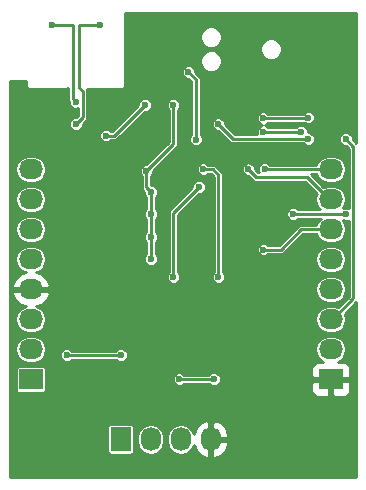
<source format=gbl>
G04 #@! TF.FileFunction,Copper,L2,Bot,Signal*
%FSLAX46Y46*%
G04 Gerber Fmt 4.6, Leading zero omitted, Abs format (unit mm)*
G04 Created by KiCad (PCBNEW 4.0.2+dfsg1-stable) date So 05 Jun 2016 12:59:14 CEST*
%MOMM*%
G01*
G04 APERTURE LIST*
%ADD10C,0.100000*%
%ADD11R,1.727200X2.032000*%
%ADD12O,1.727200X2.032000*%
%ADD13R,2.032000X1.727200*%
%ADD14O,2.032000X1.727200*%
%ADD15C,0.600000*%
%ADD16C,0.250000*%
%ADD17C,0.254000*%
G04 APERTURE END LIST*
D10*
D11*
X109220000Y-140970000D03*
D12*
X111760000Y-140970000D03*
X114300000Y-140970000D03*
X116840000Y-140970000D03*
D13*
X101600000Y-135890000D03*
D14*
X101600000Y-133350000D03*
X101600000Y-130810000D03*
X101600000Y-128270000D03*
X101600000Y-125730000D03*
X101600000Y-123190000D03*
X101600000Y-120650000D03*
X101600000Y-118110000D03*
D13*
X127000000Y-135890000D03*
D14*
X127000000Y-133350000D03*
X127000000Y-130810000D03*
X127000000Y-128270000D03*
X127000000Y-125730000D03*
X127000000Y-123190000D03*
X127000000Y-120650000D03*
X127000000Y-118110000D03*
D15*
X117094000Y-135890000D03*
X114173000Y-135890000D03*
X128312120Y-121926283D03*
X123816729Y-121908866D03*
X111252000Y-112649000D03*
X107950000Y-115252500D03*
X113660830Y-112649352D03*
X111379000Y-118237000D03*
X111760000Y-120015000D03*
X111760000Y-121920000D03*
X111760000Y-123825000D03*
X111760000Y-125730000D03*
X105410000Y-114300000D03*
X107442000Y-105854500D03*
X125095000Y-115570000D03*
X117475000Y-114300000D03*
X109220000Y-133858000D03*
X104648000Y-133858000D03*
X121285000Y-124904500D03*
X120016378Y-118113008D03*
X121412000Y-118110000D03*
X124460000Y-114935000D03*
X121285000Y-114935000D03*
X115560556Y-115593674D03*
X114935000Y-109855000D03*
X115822292Y-119629310D03*
X113665000Y-127254000D03*
X116205000Y-118110000D03*
X117475000Y-127254000D03*
X103505000Y-112395000D03*
X122555000Y-122555000D03*
X118398083Y-134143400D03*
X127635000Y-113665000D03*
X123825000Y-126365000D03*
X114935000Y-124841000D03*
X114681000Y-112649000D03*
X127825500Y-107696000D03*
X119380000Y-106299000D03*
X104648000Y-117221000D03*
X111506000Y-115951000D03*
X103759000Y-125730000D03*
X103759000Y-123825000D03*
X103759000Y-121920000D03*
X103759000Y-120015000D03*
X116205000Y-130175000D03*
X123063000Y-129159000D03*
X119761000Y-129159000D03*
X121412000Y-135382000D03*
X110363000Y-134874000D03*
X108839000Y-129159000D03*
X105410000Y-129159000D03*
X107061000Y-135382000D03*
X103378000Y-105854500D03*
X105410000Y-112395000D03*
X128260450Y-115570000D03*
X125095000Y-113728500D03*
X121285000Y-113792000D03*
D16*
X114173000Y-135890000D02*
X117094000Y-135890000D01*
X128294703Y-121908866D02*
X128312120Y-121926283D01*
X123816729Y-121908866D02*
X128294703Y-121908866D01*
X107950000Y-115252500D02*
X108648500Y-115252500D01*
X108648500Y-115252500D02*
X111252000Y-112649000D01*
X113660830Y-115955170D02*
X113660830Y-113073616D01*
X111379000Y-118237000D02*
X113660830Y-115955170D01*
X113660830Y-113073616D02*
X113660830Y-112649352D01*
X111379000Y-118237000D02*
X111379000Y-119634000D01*
X111379000Y-119634000D02*
X111760000Y-120015000D01*
X111760000Y-120015000D02*
X111760000Y-121920000D01*
X111760000Y-121920000D02*
X111760000Y-123825000D01*
X111760000Y-123825000D02*
X111760000Y-125730000D01*
X105410000Y-114300000D02*
X105985001Y-113724999D01*
X105985001Y-113724999D02*
X105985001Y-111509501D01*
X105985001Y-111509501D02*
X105664000Y-111188500D01*
X105664000Y-111188500D02*
X105664000Y-105854500D01*
X105664000Y-105854500D02*
X107442000Y-105854500D01*
X117475000Y-114300000D02*
X118685001Y-115510001D01*
X118685001Y-115510001D02*
X125035001Y-115510001D01*
X125035001Y-115510001D02*
X125095000Y-115570000D01*
X104648000Y-133858000D02*
X109220000Y-133858000D01*
X122745500Y-124904500D02*
X124460000Y-123190000D01*
X124460000Y-123190000D02*
X127000000Y-123190000D01*
X121285000Y-124904500D02*
X122745500Y-124904500D01*
X120016378Y-118113008D02*
X120680716Y-118777346D01*
X126847600Y-120650000D02*
X127000000Y-120650000D01*
X120680716Y-118777346D02*
X124974946Y-118777346D01*
X124974946Y-118777346D02*
X126847600Y-120650000D01*
X121412000Y-118110000D02*
X127000000Y-118110000D01*
X121285000Y-114935000D02*
X124460000Y-114935000D01*
X115560556Y-115169410D02*
X115560556Y-115593674D01*
X115560556Y-110480556D02*
X115560556Y-115169410D01*
X114935000Y-109855000D02*
X115560556Y-110480556D01*
X115522293Y-119929309D02*
X115822292Y-119629310D01*
X113665000Y-121786602D02*
X115522293Y-119929309D01*
X113665000Y-127254000D02*
X113665000Y-121786602D01*
X117475000Y-127254000D02*
X117475000Y-118588669D01*
X117475000Y-118588669D02*
X116996331Y-118110000D01*
X116996331Y-118110000D02*
X116205000Y-118110000D01*
X119380000Y-106299000D02*
X118982715Y-105901715D01*
X113384829Y-107725982D02*
X113384829Y-112074351D01*
X118982715Y-105901715D02*
X115209096Y-105901715D01*
X115209096Y-105901715D02*
X113384829Y-107725982D01*
X118110000Y-138430000D02*
X116840000Y-139700000D01*
X116840000Y-139700000D02*
X116840000Y-140970000D01*
X103505000Y-112395000D02*
X103505000Y-116078000D01*
X103505000Y-116078000D02*
X104648000Y-117221000D01*
X122555000Y-122555000D02*
X119761000Y-125349000D01*
X119761000Y-125349000D02*
X119761000Y-129159000D01*
X118110000Y-138430000D02*
X118110000Y-134431483D01*
X118110000Y-134431483D02*
X118398083Y-134143400D01*
X121412000Y-135382000D02*
X120429067Y-135382000D01*
X101600000Y-128270000D02*
X103822500Y-128270000D01*
X103822500Y-128270000D02*
X104521000Y-128270000D01*
X103759000Y-125730000D02*
X103759000Y-128206500D01*
X103759000Y-128206500D02*
X103822500Y-128270000D01*
X119380000Y-106299000D02*
X119660100Y-106018900D01*
X119660100Y-106018900D02*
X126148400Y-106018900D01*
X126148400Y-106018900D02*
X127825500Y-107696000D01*
X127635000Y-113665000D02*
X127635000Y-107886500D01*
X127635000Y-107886500D02*
X127825500Y-107696000D01*
X123825000Y-126365000D02*
X123825000Y-128397000D01*
X123825000Y-128397000D02*
X123063000Y-129159000D01*
X114935000Y-124841000D02*
X114935000Y-130111500D01*
X114935000Y-130111500D02*
X114998500Y-130175000D01*
X116205000Y-130175000D02*
X114998500Y-130175000D01*
X114998500Y-130175000D02*
X109855000Y-130175000D01*
X114681000Y-112649000D02*
X114106351Y-112074351D01*
X114106351Y-112074351D02*
X113384829Y-112074351D01*
X113384829Y-112074351D02*
X111506000Y-113953180D01*
X111506000Y-113953180D02*
X111506000Y-115526736D01*
X111506000Y-115526736D02*
X111506000Y-115951000D01*
X111506000Y-115951000D02*
X110236000Y-117221000D01*
X110236000Y-117221000D02*
X104648000Y-117221000D01*
X104648000Y-117221000D02*
X103759000Y-118110000D01*
X103759000Y-118110000D02*
X103759000Y-120015000D01*
X103759000Y-121920000D02*
X103759000Y-120015000D01*
X103759000Y-123825000D02*
X103759000Y-121920000D01*
X103759000Y-125730000D02*
X103759000Y-123825000D01*
X104521000Y-128270000D02*
X105410000Y-129159000D01*
X127000000Y-135890000D02*
X121920000Y-135890000D01*
X121920000Y-135890000D02*
X121412000Y-135382000D01*
X109855000Y-130175000D02*
X108839000Y-129159000D01*
X116205000Y-130175000D02*
X118745000Y-130175000D01*
X118745000Y-130175000D02*
X119761000Y-129159000D01*
X110363000Y-134874000D02*
X109855000Y-135382000D01*
X109855000Y-135382000D02*
X107061000Y-135382000D01*
X105156000Y-105854500D02*
X103378000Y-105854500D01*
X105410000Y-112395000D02*
X105156000Y-112141000D01*
X105156000Y-112141000D02*
X105156000Y-105854500D01*
X128260450Y-115570000D02*
X128913093Y-116222643D01*
X128913093Y-116222643D02*
X128913093Y-129049307D01*
X128913093Y-129049307D02*
X127152400Y-130810000D01*
X127152400Y-130810000D02*
X127000000Y-130810000D01*
X121285000Y-113792000D02*
X125031500Y-113792000D01*
X125031500Y-113792000D02*
X125095000Y-113728500D01*
D17*
G36*
X129148000Y-115889036D02*
X128837443Y-115578479D01*
X128837550Y-115455731D01*
X128749892Y-115243583D01*
X128587721Y-115081129D01*
X128375726Y-114993100D01*
X128146181Y-114992900D01*
X127934033Y-115080558D01*
X127771579Y-115242729D01*
X127683550Y-115454724D01*
X127683350Y-115684269D01*
X127771008Y-115896417D01*
X127933179Y-116058871D01*
X128145174Y-116146900D01*
X128268944Y-116147008D01*
X128511093Y-116389157D01*
X128511093Y-121384137D01*
X128427396Y-121349383D01*
X128197851Y-121349183D01*
X128001875Y-121430159D01*
X128231508Y-121086489D01*
X128318331Y-120650000D01*
X128231508Y-120213511D01*
X127984257Y-119843474D01*
X127614220Y-119596223D01*
X127177731Y-119509400D01*
X126822269Y-119509400D01*
X126385780Y-119596223D01*
X126371727Y-119605613D01*
X125278114Y-118512000D01*
X125761632Y-118512000D01*
X125768492Y-118546489D01*
X126015743Y-118916526D01*
X126385780Y-119163777D01*
X126822269Y-119250600D01*
X127177731Y-119250600D01*
X127614220Y-119163777D01*
X127984257Y-118916526D01*
X128231508Y-118546489D01*
X128318331Y-118110000D01*
X128231508Y-117673511D01*
X127984257Y-117303474D01*
X127614220Y-117056223D01*
X127177731Y-116969400D01*
X126822269Y-116969400D01*
X126385780Y-117056223D01*
X126015743Y-117303474D01*
X125768492Y-117673511D01*
X125761632Y-117708000D01*
X121825991Y-117708000D01*
X121739271Y-117621129D01*
X121527276Y-117533100D01*
X121297731Y-117532900D01*
X121085583Y-117620558D01*
X120923129Y-117782729D01*
X120835100Y-117994724D01*
X120834900Y-118224269D01*
X120897324Y-118375346D01*
X120847230Y-118375346D01*
X120593371Y-118121487D01*
X120593478Y-117998739D01*
X120505820Y-117786591D01*
X120343649Y-117624137D01*
X120131654Y-117536108D01*
X119902109Y-117535908D01*
X119689961Y-117623566D01*
X119527507Y-117785737D01*
X119439478Y-117997732D01*
X119439278Y-118227277D01*
X119526936Y-118439425D01*
X119689107Y-118601879D01*
X119901102Y-118689908D01*
X120024872Y-118690016D01*
X120396459Y-119061603D01*
X120526877Y-119148746D01*
X120680716Y-119179346D01*
X124808432Y-119179346D01*
X125798174Y-120169088D01*
X125768492Y-120213511D01*
X125681669Y-120650000D01*
X125768492Y-121086489D01*
X126015743Y-121456526D01*
X126091082Y-121506866D01*
X124230720Y-121506866D01*
X124144000Y-121419995D01*
X123932005Y-121331966D01*
X123702460Y-121331766D01*
X123490312Y-121419424D01*
X123327858Y-121581595D01*
X123239829Y-121793590D01*
X123239629Y-122023135D01*
X123327287Y-122235283D01*
X123489458Y-122397737D01*
X123701453Y-122485766D01*
X123930998Y-122485966D01*
X124143146Y-122398308D01*
X124230741Y-122310866D01*
X126124408Y-122310866D01*
X126015743Y-122383474D01*
X125768492Y-122753511D01*
X125761632Y-122788000D01*
X124460000Y-122788000D01*
X124306161Y-122818600D01*
X124175743Y-122905743D01*
X122578986Y-124502500D01*
X121698991Y-124502500D01*
X121612271Y-124415629D01*
X121400276Y-124327600D01*
X121170731Y-124327400D01*
X120958583Y-124415058D01*
X120796129Y-124577229D01*
X120708100Y-124789224D01*
X120707900Y-125018769D01*
X120795558Y-125230917D01*
X120957729Y-125393371D01*
X121169724Y-125481400D01*
X121399269Y-125481600D01*
X121611417Y-125393942D01*
X121699012Y-125306500D01*
X122745500Y-125306500D01*
X122899339Y-125275900D01*
X123029757Y-125188757D01*
X124626514Y-123592000D01*
X125761632Y-123592000D01*
X125768492Y-123626489D01*
X126015743Y-123996526D01*
X126385780Y-124243777D01*
X126822269Y-124330600D01*
X127177731Y-124330600D01*
X127614220Y-124243777D01*
X127984257Y-123996526D01*
X128231508Y-123626489D01*
X128318331Y-123190000D01*
X128231508Y-122753511D01*
X128013326Y-122426979D01*
X128196844Y-122503183D01*
X128426389Y-122503383D01*
X128511093Y-122468384D01*
X128511093Y-128882793D01*
X127628273Y-129765613D01*
X127614220Y-129756223D01*
X127177731Y-129669400D01*
X126822269Y-129669400D01*
X126385780Y-129756223D01*
X126015743Y-130003474D01*
X125768492Y-130373511D01*
X125681669Y-130810000D01*
X125768492Y-131246489D01*
X126015743Y-131616526D01*
X126385780Y-131863777D01*
X126822269Y-131950600D01*
X127177731Y-131950600D01*
X127614220Y-131863777D01*
X127984257Y-131616526D01*
X128231508Y-131246489D01*
X128318331Y-130810000D01*
X128231508Y-130373511D01*
X128201826Y-130329088D01*
X129148000Y-129382914D01*
X129148000Y-144148000D01*
X99852000Y-144148000D01*
X99852000Y-139954000D01*
X108073974Y-139954000D01*
X108073974Y-141986000D01*
X108093289Y-142088650D01*
X108153955Y-142182927D01*
X108246520Y-142246175D01*
X108356400Y-142268426D01*
X110083600Y-142268426D01*
X110186250Y-142249111D01*
X110280527Y-142188445D01*
X110343775Y-142095880D01*
X110366026Y-141986000D01*
X110366026Y-140792269D01*
X110619400Y-140792269D01*
X110619400Y-141147731D01*
X110706223Y-141584220D01*
X110953474Y-141954257D01*
X111323511Y-142201508D01*
X111760000Y-142288331D01*
X112196489Y-142201508D01*
X112566526Y-141954257D01*
X112813777Y-141584220D01*
X112900600Y-141147731D01*
X112900600Y-140792269D01*
X113159400Y-140792269D01*
X113159400Y-141147731D01*
X113246223Y-141584220D01*
X113493474Y-141954257D01*
X113863511Y-142201508D01*
X114300000Y-142288331D01*
X114736489Y-142201508D01*
X115106526Y-141954257D01*
X115353777Y-141584220D01*
X115386147Y-141421483D01*
X115548046Y-141884320D01*
X115937964Y-142320732D01*
X116465209Y-142574709D01*
X116480974Y-142577358D01*
X116713000Y-142456217D01*
X116713000Y-141097000D01*
X116967000Y-141097000D01*
X116967000Y-142456217D01*
X117199026Y-142577358D01*
X117214791Y-142574709D01*
X117742036Y-142320732D01*
X118131954Y-141884320D01*
X118325184Y-141331913D01*
X118180924Y-141097000D01*
X116967000Y-141097000D01*
X116713000Y-141097000D01*
X116693000Y-141097000D01*
X116693000Y-140843000D01*
X116713000Y-140843000D01*
X116713000Y-139483783D01*
X116967000Y-139483783D01*
X116967000Y-140843000D01*
X118180924Y-140843000D01*
X118325184Y-140608087D01*
X118131954Y-140055680D01*
X117742036Y-139619268D01*
X117214791Y-139365291D01*
X117199026Y-139362642D01*
X116967000Y-139483783D01*
X116713000Y-139483783D01*
X116480974Y-139362642D01*
X116465209Y-139365291D01*
X115937964Y-139619268D01*
X115548046Y-140055680D01*
X115386147Y-140518517D01*
X115353777Y-140355780D01*
X115106526Y-139985743D01*
X114736489Y-139738492D01*
X114300000Y-139651669D01*
X113863511Y-139738492D01*
X113493474Y-139985743D01*
X113246223Y-140355780D01*
X113159400Y-140792269D01*
X112900600Y-140792269D01*
X112813777Y-140355780D01*
X112566526Y-139985743D01*
X112196489Y-139738492D01*
X111760000Y-139651669D01*
X111323511Y-139738492D01*
X110953474Y-139985743D01*
X110706223Y-140355780D01*
X110619400Y-140792269D01*
X110366026Y-140792269D01*
X110366026Y-139954000D01*
X110346711Y-139851350D01*
X110286045Y-139757073D01*
X110193480Y-139693825D01*
X110083600Y-139671574D01*
X108356400Y-139671574D01*
X108253750Y-139690889D01*
X108159473Y-139751555D01*
X108096225Y-139844120D01*
X108073974Y-139954000D01*
X99852000Y-139954000D01*
X99852000Y-135026400D01*
X100301574Y-135026400D01*
X100301574Y-136753600D01*
X100320889Y-136856250D01*
X100381555Y-136950527D01*
X100474120Y-137013775D01*
X100584000Y-137036026D01*
X102616000Y-137036026D01*
X102718650Y-137016711D01*
X102812927Y-136956045D01*
X102876175Y-136863480D01*
X102898426Y-136753600D01*
X102898426Y-136004269D01*
X113595900Y-136004269D01*
X113683558Y-136216417D01*
X113845729Y-136378871D01*
X114057724Y-136466900D01*
X114287269Y-136467100D01*
X114499417Y-136379442D01*
X114587012Y-136292000D01*
X116680009Y-136292000D01*
X116766729Y-136378871D01*
X116978724Y-136466900D01*
X117208269Y-136467100D01*
X117420417Y-136379442D01*
X117582871Y-136217271D01*
X117600112Y-136175750D01*
X125349000Y-136175750D01*
X125349000Y-136879910D01*
X125445673Y-137113299D01*
X125624302Y-137291927D01*
X125857691Y-137388600D01*
X126714250Y-137388600D01*
X126873000Y-137229850D01*
X126873000Y-136017000D01*
X127127000Y-136017000D01*
X127127000Y-137229850D01*
X127285750Y-137388600D01*
X128142309Y-137388600D01*
X128375698Y-137291927D01*
X128554327Y-137113299D01*
X128651000Y-136879910D01*
X128651000Y-136175750D01*
X128492250Y-136017000D01*
X127127000Y-136017000D01*
X126873000Y-136017000D01*
X125507750Y-136017000D01*
X125349000Y-136175750D01*
X117600112Y-136175750D01*
X117670900Y-136005276D01*
X117671100Y-135775731D01*
X117583442Y-135563583D01*
X117421271Y-135401129D01*
X117209276Y-135313100D01*
X116979731Y-135312900D01*
X116767583Y-135400558D01*
X116679988Y-135488000D01*
X114586991Y-135488000D01*
X114500271Y-135401129D01*
X114288276Y-135313100D01*
X114058731Y-135312900D01*
X113846583Y-135400558D01*
X113684129Y-135562729D01*
X113596100Y-135774724D01*
X113595900Y-136004269D01*
X102898426Y-136004269D01*
X102898426Y-135026400D01*
X102879111Y-134923750D01*
X102863887Y-134900090D01*
X125349000Y-134900090D01*
X125349000Y-135604250D01*
X125507750Y-135763000D01*
X126873000Y-135763000D01*
X126873000Y-135743000D01*
X127127000Y-135743000D01*
X127127000Y-135763000D01*
X128492250Y-135763000D01*
X128651000Y-135604250D01*
X128651000Y-134900090D01*
X128554327Y-134666701D01*
X128375698Y-134488073D01*
X128142309Y-134391400D01*
X127632743Y-134391400D01*
X127984257Y-134156526D01*
X128231508Y-133786489D01*
X128318331Y-133350000D01*
X128231508Y-132913511D01*
X127984257Y-132543474D01*
X127614220Y-132296223D01*
X127177731Y-132209400D01*
X126822269Y-132209400D01*
X126385780Y-132296223D01*
X126015743Y-132543474D01*
X125768492Y-132913511D01*
X125681669Y-133350000D01*
X125768492Y-133786489D01*
X126015743Y-134156526D01*
X126367257Y-134391400D01*
X125857691Y-134391400D01*
X125624302Y-134488073D01*
X125445673Y-134666701D01*
X125349000Y-134900090D01*
X102863887Y-134900090D01*
X102818445Y-134829473D01*
X102725880Y-134766225D01*
X102616000Y-134743974D01*
X100584000Y-134743974D01*
X100481350Y-134763289D01*
X100387073Y-134823955D01*
X100323825Y-134916520D01*
X100301574Y-135026400D01*
X99852000Y-135026400D01*
X99852000Y-133350000D01*
X100281669Y-133350000D01*
X100368492Y-133786489D01*
X100615743Y-134156526D01*
X100985780Y-134403777D01*
X101422269Y-134490600D01*
X101777731Y-134490600D01*
X102214220Y-134403777D01*
X102584257Y-134156526D01*
X102707373Y-133972269D01*
X104070900Y-133972269D01*
X104158558Y-134184417D01*
X104320729Y-134346871D01*
X104532724Y-134434900D01*
X104762269Y-134435100D01*
X104974417Y-134347442D01*
X105062012Y-134260000D01*
X108806009Y-134260000D01*
X108892729Y-134346871D01*
X109104724Y-134434900D01*
X109334269Y-134435100D01*
X109546417Y-134347442D01*
X109708871Y-134185271D01*
X109796900Y-133973276D01*
X109797100Y-133743731D01*
X109709442Y-133531583D01*
X109547271Y-133369129D01*
X109335276Y-133281100D01*
X109105731Y-133280900D01*
X108893583Y-133368558D01*
X108805988Y-133456000D01*
X105061991Y-133456000D01*
X104975271Y-133369129D01*
X104763276Y-133281100D01*
X104533731Y-133280900D01*
X104321583Y-133368558D01*
X104159129Y-133530729D01*
X104071100Y-133742724D01*
X104070900Y-133972269D01*
X102707373Y-133972269D01*
X102831508Y-133786489D01*
X102918331Y-133350000D01*
X102831508Y-132913511D01*
X102584257Y-132543474D01*
X102214220Y-132296223D01*
X101777731Y-132209400D01*
X101422269Y-132209400D01*
X100985780Y-132296223D01*
X100615743Y-132543474D01*
X100368492Y-132913511D01*
X100281669Y-133350000D01*
X99852000Y-133350000D01*
X99852000Y-128629026D01*
X99992642Y-128629026D01*
X99995291Y-128644791D01*
X100249268Y-129172036D01*
X100685680Y-129561954D01*
X101148517Y-129723853D01*
X100985780Y-129756223D01*
X100615743Y-130003474D01*
X100368492Y-130373511D01*
X100281669Y-130810000D01*
X100368492Y-131246489D01*
X100615743Y-131616526D01*
X100985780Y-131863777D01*
X101422269Y-131950600D01*
X101777731Y-131950600D01*
X102214220Y-131863777D01*
X102584257Y-131616526D01*
X102831508Y-131246489D01*
X102918331Y-130810000D01*
X102831508Y-130373511D01*
X102584257Y-130003474D01*
X102214220Y-129756223D01*
X102051483Y-129723853D01*
X102514320Y-129561954D01*
X102950732Y-129172036D01*
X103204709Y-128644791D01*
X103207358Y-128629026D01*
X103086217Y-128397000D01*
X101727000Y-128397000D01*
X101727000Y-128417000D01*
X101473000Y-128417000D01*
X101473000Y-128397000D01*
X100113783Y-128397000D01*
X99992642Y-128629026D01*
X99852000Y-128629026D01*
X99852000Y-128270000D01*
X125681669Y-128270000D01*
X125768492Y-128706489D01*
X126015743Y-129076526D01*
X126385780Y-129323777D01*
X126822269Y-129410600D01*
X127177731Y-129410600D01*
X127614220Y-129323777D01*
X127984257Y-129076526D01*
X128231508Y-128706489D01*
X128318331Y-128270000D01*
X128231508Y-127833511D01*
X127984257Y-127463474D01*
X127614220Y-127216223D01*
X127177731Y-127129400D01*
X126822269Y-127129400D01*
X126385780Y-127216223D01*
X126015743Y-127463474D01*
X125768492Y-127833511D01*
X125681669Y-128270000D01*
X99852000Y-128270000D01*
X99852000Y-127910974D01*
X99992642Y-127910974D01*
X100113783Y-128143000D01*
X101473000Y-128143000D01*
X101473000Y-128123000D01*
X101727000Y-128123000D01*
X101727000Y-128143000D01*
X103086217Y-128143000D01*
X103207358Y-127910974D01*
X103204709Y-127895209D01*
X102950879Y-127368269D01*
X113087900Y-127368269D01*
X113175558Y-127580417D01*
X113337729Y-127742871D01*
X113549724Y-127830900D01*
X113779269Y-127831100D01*
X113991417Y-127743442D01*
X114153871Y-127581271D01*
X114241900Y-127369276D01*
X114242100Y-127139731D01*
X114154442Y-126927583D01*
X114067000Y-126839988D01*
X114067000Y-121953116D01*
X115813813Y-120206303D01*
X115936561Y-120206410D01*
X116148709Y-120118752D01*
X116311163Y-119956581D01*
X116399192Y-119744586D01*
X116399392Y-119515041D01*
X116311734Y-119302893D01*
X116149563Y-119140439D01*
X115937568Y-119052410D01*
X115708023Y-119052210D01*
X115495875Y-119139868D01*
X115333421Y-119302039D01*
X115245392Y-119514034D01*
X115245284Y-119637804D01*
X113380743Y-121502345D01*
X113293600Y-121632763D01*
X113263000Y-121786602D01*
X113263000Y-126840009D01*
X113176129Y-126926729D01*
X113088100Y-127138724D01*
X113087900Y-127368269D01*
X102950879Y-127368269D01*
X102950732Y-127367964D01*
X102514320Y-126978046D01*
X102051483Y-126816147D01*
X102214220Y-126783777D01*
X102584257Y-126536526D01*
X102831508Y-126166489D01*
X102918331Y-125730000D01*
X102831508Y-125293511D01*
X102584257Y-124923474D01*
X102214220Y-124676223D01*
X101777731Y-124589400D01*
X101422269Y-124589400D01*
X100985780Y-124676223D01*
X100615743Y-124923474D01*
X100368492Y-125293511D01*
X100281669Y-125730000D01*
X100368492Y-126166489D01*
X100615743Y-126536526D01*
X100985780Y-126783777D01*
X101148517Y-126816147D01*
X100685680Y-126978046D01*
X100249268Y-127367964D01*
X99995291Y-127895209D01*
X99992642Y-127910974D01*
X99852000Y-127910974D01*
X99852000Y-123190000D01*
X100281669Y-123190000D01*
X100368492Y-123626489D01*
X100615743Y-123996526D01*
X100985780Y-124243777D01*
X101422269Y-124330600D01*
X101777731Y-124330600D01*
X102214220Y-124243777D01*
X102584257Y-123996526D01*
X102831508Y-123626489D01*
X102918331Y-123190000D01*
X102831508Y-122753511D01*
X102584257Y-122383474D01*
X102214220Y-122136223D01*
X101777731Y-122049400D01*
X101422269Y-122049400D01*
X100985780Y-122136223D01*
X100615743Y-122383474D01*
X100368492Y-122753511D01*
X100281669Y-123190000D01*
X99852000Y-123190000D01*
X99852000Y-120650000D01*
X100281669Y-120650000D01*
X100368492Y-121086489D01*
X100615743Y-121456526D01*
X100985780Y-121703777D01*
X101422269Y-121790600D01*
X101777731Y-121790600D01*
X102214220Y-121703777D01*
X102584257Y-121456526D01*
X102831508Y-121086489D01*
X102918331Y-120650000D01*
X102831508Y-120213511D01*
X102584257Y-119843474D01*
X102214220Y-119596223D01*
X101777731Y-119509400D01*
X101422269Y-119509400D01*
X100985780Y-119596223D01*
X100615743Y-119843474D01*
X100368492Y-120213511D01*
X100281669Y-120650000D01*
X99852000Y-120650000D01*
X99852000Y-118110000D01*
X100281669Y-118110000D01*
X100368492Y-118546489D01*
X100615743Y-118916526D01*
X100985780Y-119163777D01*
X101422269Y-119250600D01*
X101777731Y-119250600D01*
X102214220Y-119163777D01*
X102584257Y-118916526D01*
X102831508Y-118546489D01*
X102870339Y-118351269D01*
X110801900Y-118351269D01*
X110889558Y-118563417D01*
X110977000Y-118651012D01*
X110977000Y-119634000D01*
X111007600Y-119787839D01*
X111094743Y-119918257D01*
X111183007Y-120006521D01*
X111182900Y-120129269D01*
X111270558Y-120341417D01*
X111358000Y-120429012D01*
X111358000Y-121506009D01*
X111271129Y-121592729D01*
X111183100Y-121804724D01*
X111182900Y-122034269D01*
X111270558Y-122246417D01*
X111358000Y-122334012D01*
X111358000Y-123411009D01*
X111271129Y-123497729D01*
X111183100Y-123709724D01*
X111182900Y-123939269D01*
X111270558Y-124151417D01*
X111358000Y-124239012D01*
X111358000Y-125316009D01*
X111271129Y-125402729D01*
X111183100Y-125614724D01*
X111182900Y-125844269D01*
X111270558Y-126056417D01*
X111432729Y-126218871D01*
X111644724Y-126306900D01*
X111874269Y-126307100D01*
X112086417Y-126219442D01*
X112248871Y-126057271D01*
X112336900Y-125845276D01*
X112337100Y-125615731D01*
X112249442Y-125403583D01*
X112162000Y-125315988D01*
X112162000Y-124238991D01*
X112248871Y-124152271D01*
X112336900Y-123940276D01*
X112337100Y-123710731D01*
X112249442Y-123498583D01*
X112162000Y-123410988D01*
X112162000Y-122333991D01*
X112248871Y-122247271D01*
X112336900Y-122035276D01*
X112337100Y-121805731D01*
X112249442Y-121593583D01*
X112162000Y-121505988D01*
X112162000Y-120428991D01*
X112248871Y-120342271D01*
X112336900Y-120130276D01*
X112337100Y-119900731D01*
X112249442Y-119688583D01*
X112087271Y-119526129D01*
X111875276Y-119438100D01*
X111781000Y-119438018D01*
X111781000Y-118650991D01*
X111867871Y-118564271D01*
X111955900Y-118352276D01*
X111956008Y-118228506D01*
X111960245Y-118224269D01*
X115627900Y-118224269D01*
X115715558Y-118436417D01*
X115877729Y-118598871D01*
X116089724Y-118686900D01*
X116319269Y-118687100D01*
X116531417Y-118599442D01*
X116619012Y-118512000D01*
X116829817Y-118512000D01*
X117073000Y-118755183D01*
X117073000Y-126840009D01*
X116986129Y-126926729D01*
X116898100Y-127138724D01*
X116897900Y-127368269D01*
X116985558Y-127580417D01*
X117147729Y-127742871D01*
X117359724Y-127830900D01*
X117589269Y-127831100D01*
X117801417Y-127743442D01*
X117963871Y-127581271D01*
X118051900Y-127369276D01*
X118052100Y-127139731D01*
X117964442Y-126927583D01*
X117877000Y-126839988D01*
X117877000Y-125730000D01*
X125681669Y-125730000D01*
X125768492Y-126166489D01*
X126015743Y-126536526D01*
X126385780Y-126783777D01*
X126822269Y-126870600D01*
X127177731Y-126870600D01*
X127614220Y-126783777D01*
X127984257Y-126536526D01*
X128231508Y-126166489D01*
X128318331Y-125730000D01*
X128231508Y-125293511D01*
X127984257Y-124923474D01*
X127614220Y-124676223D01*
X127177731Y-124589400D01*
X126822269Y-124589400D01*
X126385780Y-124676223D01*
X126015743Y-124923474D01*
X125768492Y-125293511D01*
X125681669Y-125730000D01*
X117877000Y-125730000D01*
X117877000Y-118588669D01*
X117846400Y-118434830D01*
X117759257Y-118304412D01*
X117280588Y-117825743D01*
X117150170Y-117738600D01*
X116996331Y-117708000D01*
X116618991Y-117708000D01*
X116532271Y-117621129D01*
X116320276Y-117533100D01*
X116090731Y-117532900D01*
X115878583Y-117620558D01*
X115716129Y-117782729D01*
X115628100Y-117994724D01*
X115627900Y-118224269D01*
X111960245Y-118224269D01*
X113945087Y-116239427D01*
X114032230Y-116109009D01*
X114062830Y-115955170D01*
X114062830Y-113063343D01*
X114149701Y-112976623D01*
X114237730Y-112764628D01*
X114237930Y-112535083D01*
X114150272Y-112322935D01*
X113988101Y-112160481D01*
X113776106Y-112072452D01*
X113546561Y-112072252D01*
X113334413Y-112159910D01*
X113171959Y-112322081D01*
X113083930Y-112534076D01*
X113083730Y-112763621D01*
X113171388Y-112975769D01*
X113258830Y-113063364D01*
X113258830Y-115788656D01*
X111387479Y-117660007D01*
X111264731Y-117659900D01*
X111052583Y-117747558D01*
X110890129Y-117909729D01*
X110802100Y-118121724D01*
X110801900Y-118351269D01*
X102870339Y-118351269D01*
X102918331Y-118110000D01*
X102831508Y-117673511D01*
X102584257Y-117303474D01*
X102214220Y-117056223D01*
X101777731Y-116969400D01*
X101422269Y-116969400D01*
X100985780Y-117056223D01*
X100615743Y-117303474D01*
X100368492Y-117673511D01*
X100281669Y-118110000D01*
X99852000Y-118110000D01*
X99852000Y-115366769D01*
X107372900Y-115366769D01*
X107460558Y-115578917D01*
X107622729Y-115741371D01*
X107834724Y-115829400D01*
X108064269Y-115829600D01*
X108276417Y-115741942D01*
X108364012Y-115654500D01*
X108648500Y-115654500D01*
X108802339Y-115623900D01*
X108932757Y-115536757D01*
X111243521Y-113225993D01*
X111366269Y-113226100D01*
X111578417Y-113138442D01*
X111740871Y-112976271D01*
X111828900Y-112764276D01*
X111829100Y-112534731D01*
X111741442Y-112322583D01*
X111579271Y-112160129D01*
X111367276Y-112072100D01*
X111137731Y-112071900D01*
X110925583Y-112159558D01*
X110763129Y-112321729D01*
X110675100Y-112533724D01*
X110674992Y-112657494D01*
X108481986Y-114850500D01*
X108363991Y-114850500D01*
X108277271Y-114763629D01*
X108065276Y-114675600D01*
X107835731Y-114675400D01*
X107623583Y-114763058D01*
X107461129Y-114925229D01*
X107373100Y-115137224D01*
X107372900Y-115366769D01*
X99852000Y-115366769D01*
X99852000Y-110617000D01*
X101148000Y-110617000D01*
X101148000Y-111000000D01*
X101174794Y-111134705D01*
X101251098Y-111248902D01*
X101365295Y-111325206D01*
X101500000Y-111352000D01*
X104500000Y-111352000D01*
X104634705Y-111325206D01*
X104748902Y-111248902D01*
X104754000Y-111241272D01*
X104754000Y-112141000D01*
X104784600Y-112294839D01*
X104833024Y-112367310D01*
X104832900Y-112509269D01*
X104920558Y-112721417D01*
X105082729Y-112883871D01*
X105294724Y-112971900D01*
X105524269Y-112972100D01*
X105583001Y-112947832D01*
X105583001Y-113558485D01*
X105418479Y-113723007D01*
X105295731Y-113722900D01*
X105083583Y-113810558D01*
X104921129Y-113972729D01*
X104833100Y-114184724D01*
X104832900Y-114414269D01*
X104920558Y-114626417D01*
X105082729Y-114788871D01*
X105294724Y-114876900D01*
X105524269Y-114877100D01*
X105736417Y-114789442D01*
X105898871Y-114627271D01*
X105986900Y-114415276D01*
X105987008Y-114291506D01*
X106269258Y-114009256D01*
X106356401Y-113878838D01*
X106387001Y-113724999D01*
X106387001Y-111509501D01*
X106356401Y-111355662D01*
X106353954Y-111352000D01*
X109250000Y-111352000D01*
X109384705Y-111325206D01*
X109498902Y-111248902D01*
X109575206Y-111134705D01*
X109602000Y-111000000D01*
X109602000Y-109969269D01*
X114357900Y-109969269D01*
X114445558Y-110181417D01*
X114607729Y-110343871D01*
X114819724Y-110431900D01*
X114943494Y-110432008D01*
X115158556Y-110647070D01*
X115158556Y-115179683D01*
X115071685Y-115266403D01*
X114983656Y-115478398D01*
X114983456Y-115707943D01*
X115071114Y-115920091D01*
X115233285Y-116082545D01*
X115445280Y-116170574D01*
X115674825Y-116170774D01*
X115886973Y-116083116D01*
X116049427Y-115920945D01*
X116137456Y-115708950D01*
X116137656Y-115479405D01*
X116049998Y-115267257D01*
X115962556Y-115179662D01*
X115962556Y-114414269D01*
X116897900Y-114414269D01*
X116985558Y-114626417D01*
X117147729Y-114788871D01*
X117359724Y-114876900D01*
X117483494Y-114877008D01*
X118400744Y-115794258D01*
X118531162Y-115881401D01*
X118685001Y-115912001D01*
X124621115Y-115912001D01*
X124767729Y-116058871D01*
X124979724Y-116146900D01*
X125209269Y-116147100D01*
X125421417Y-116059442D01*
X125583871Y-115897271D01*
X125671900Y-115685276D01*
X125672100Y-115455731D01*
X125584442Y-115243583D01*
X125422271Y-115081129D01*
X125210276Y-114993100D01*
X125036950Y-114992949D01*
X125037100Y-114820731D01*
X124949442Y-114608583D01*
X124787271Y-114446129D01*
X124575276Y-114358100D01*
X124345731Y-114357900D01*
X124133583Y-114445558D01*
X124045988Y-114533000D01*
X121698991Y-114533000D01*
X121612271Y-114446129D01*
X121413052Y-114363405D01*
X121611417Y-114281442D01*
X121699012Y-114194000D01*
X124744399Y-114194000D01*
X124767729Y-114217371D01*
X124979724Y-114305400D01*
X125209269Y-114305600D01*
X125421417Y-114217942D01*
X125583871Y-114055771D01*
X125671900Y-113843776D01*
X125672100Y-113614231D01*
X125584442Y-113402083D01*
X125422271Y-113239629D01*
X125210276Y-113151600D01*
X124980731Y-113151400D01*
X124768583Y-113239058D01*
X124617378Y-113390000D01*
X121698991Y-113390000D01*
X121612271Y-113303129D01*
X121400276Y-113215100D01*
X121170731Y-113214900D01*
X120958583Y-113302558D01*
X120796129Y-113464729D01*
X120708100Y-113676724D01*
X120707900Y-113906269D01*
X120795558Y-114118417D01*
X120957729Y-114280871D01*
X121156948Y-114363595D01*
X120958583Y-114445558D01*
X120796129Y-114607729D01*
X120708100Y-114819724D01*
X120707900Y-115049269D01*
X120732168Y-115108001D01*
X118851515Y-115108001D01*
X118051993Y-114308479D01*
X118052100Y-114185731D01*
X117964442Y-113973583D01*
X117802271Y-113811129D01*
X117590276Y-113723100D01*
X117360731Y-113722900D01*
X117148583Y-113810558D01*
X116986129Y-113972729D01*
X116898100Y-114184724D01*
X116897900Y-114414269D01*
X115962556Y-114414269D01*
X115962556Y-110480556D01*
X115931956Y-110326717D01*
X115844813Y-110196299D01*
X115511993Y-109863479D01*
X115512100Y-109740731D01*
X115424442Y-109528583D01*
X115262271Y-109366129D01*
X115050276Y-109278100D01*
X114820731Y-109277900D01*
X114608583Y-109365558D01*
X114446129Y-109527729D01*
X114358100Y-109739724D01*
X114357900Y-109969269D01*
X109602000Y-109969269D01*
X109602000Y-109148652D01*
X115917540Y-109148652D01*
X116057656Y-109487758D01*
X116316877Y-109747432D01*
X116655738Y-109888140D01*
X117022652Y-109888460D01*
X117361758Y-109748344D01*
X117621432Y-109489123D01*
X117762140Y-109150262D01*
X117762460Y-108783348D01*
X117622344Y-108444242D01*
X117363123Y-108184568D01*
X117238096Y-108132652D01*
X120997540Y-108132652D01*
X121137656Y-108471758D01*
X121396877Y-108731432D01*
X121735738Y-108872140D01*
X122102652Y-108872460D01*
X122441758Y-108732344D01*
X122701432Y-108473123D01*
X122842140Y-108134262D01*
X122842460Y-107767348D01*
X122702344Y-107428242D01*
X122443123Y-107168568D01*
X122104262Y-107027860D01*
X121737348Y-107027540D01*
X121398242Y-107167656D01*
X121138568Y-107426877D01*
X120997860Y-107765738D01*
X120997540Y-108132652D01*
X117238096Y-108132652D01*
X117024262Y-108043860D01*
X116657348Y-108043540D01*
X116318242Y-108183656D01*
X116058568Y-108442877D01*
X115917860Y-108781738D01*
X115917540Y-109148652D01*
X109602000Y-109148652D01*
X109602000Y-107116652D01*
X115917540Y-107116652D01*
X116057656Y-107455758D01*
X116316877Y-107715432D01*
X116655738Y-107856140D01*
X117022652Y-107856460D01*
X117361758Y-107716344D01*
X117621432Y-107457123D01*
X117762140Y-107118262D01*
X117762460Y-106751348D01*
X117622344Y-106412242D01*
X117363123Y-106152568D01*
X117024262Y-106011860D01*
X116657348Y-106011540D01*
X116318242Y-106151656D01*
X116058568Y-106410877D01*
X115917860Y-106749738D01*
X115917540Y-107116652D01*
X109602000Y-107116652D01*
X109602000Y-104852000D01*
X129148000Y-104852000D01*
X129148000Y-115889036D01*
X129148000Y-115889036D01*
G37*
X129148000Y-115889036D02*
X128837443Y-115578479D01*
X128837550Y-115455731D01*
X128749892Y-115243583D01*
X128587721Y-115081129D01*
X128375726Y-114993100D01*
X128146181Y-114992900D01*
X127934033Y-115080558D01*
X127771579Y-115242729D01*
X127683550Y-115454724D01*
X127683350Y-115684269D01*
X127771008Y-115896417D01*
X127933179Y-116058871D01*
X128145174Y-116146900D01*
X128268944Y-116147008D01*
X128511093Y-116389157D01*
X128511093Y-121384137D01*
X128427396Y-121349383D01*
X128197851Y-121349183D01*
X128001875Y-121430159D01*
X128231508Y-121086489D01*
X128318331Y-120650000D01*
X128231508Y-120213511D01*
X127984257Y-119843474D01*
X127614220Y-119596223D01*
X127177731Y-119509400D01*
X126822269Y-119509400D01*
X126385780Y-119596223D01*
X126371727Y-119605613D01*
X125278114Y-118512000D01*
X125761632Y-118512000D01*
X125768492Y-118546489D01*
X126015743Y-118916526D01*
X126385780Y-119163777D01*
X126822269Y-119250600D01*
X127177731Y-119250600D01*
X127614220Y-119163777D01*
X127984257Y-118916526D01*
X128231508Y-118546489D01*
X128318331Y-118110000D01*
X128231508Y-117673511D01*
X127984257Y-117303474D01*
X127614220Y-117056223D01*
X127177731Y-116969400D01*
X126822269Y-116969400D01*
X126385780Y-117056223D01*
X126015743Y-117303474D01*
X125768492Y-117673511D01*
X125761632Y-117708000D01*
X121825991Y-117708000D01*
X121739271Y-117621129D01*
X121527276Y-117533100D01*
X121297731Y-117532900D01*
X121085583Y-117620558D01*
X120923129Y-117782729D01*
X120835100Y-117994724D01*
X120834900Y-118224269D01*
X120897324Y-118375346D01*
X120847230Y-118375346D01*
X120593371Y-118121487D01*
X120593478Y-117998739D01*
X120505820Y-117786591D01*
X120343649Y-117624137D01*
X120131654Y-117536108D01*
X119902109Y-117535908D01*
X119689961Y-117623566D01*
X119527507Y-117785737D01*
X119439478Y-117997732D01*
X119439278Y-118227277D01*
X119526936Y-118439425D01*
X119689107Y-118601879D01*
X119901102Y-118689908D01*
X120024872Y-118690016D01*
X120396459Y-119061603D01*
X120526877Y-119148746D01*
X120680716Y-119179346D01*
X124808432Y-119179346D01*
X125798174Y-120169088D01*
X125768492Y-120213511D01*
X125681669Y-120650000D01*
X125768492Y-121086489D01*
X126015743Y-121456526D01*
X126091082Y-121506866D01*
X124230720Y-121506866D01*
X124144000Y-121419995D01*
X123932005Y-121331966D01*
X123702460Y-121331766D01*
X123490312Y-121419424D01*
X123327858Y-121581595D01*
X123239829Y-121793590D01*
X123239629Y-122023135D01*
X123327287Y-122235283D01*
X123489458Y-122397737D01*
X123701453Y-122485766D01*
X123930998Y-122485966D01*
X124143146Y-122398308D01*
X124230741Y-122310866D01*
X126124408Y-122310866D01*
X126015743Y-122383474D01*
X125768492Y-122753511D01*
X125761632Y-122788000D01*
X124460000Y-122788000D01*
X124306161Y-122818600D01*
X124175743Y-122905743D01*
X122578986Y-124502500D01*
X121698991Y-124502500D01*
X121612271Y-124415629D01*
X121400276Y-124327600D01*
X121170731Y-124327400D01*
X120958583Y-124415058D01*
X120796129Y-124577229D01*
X120708100Y-124789224D01*
X120707900Y-125018769D01*
X120795558Y-125230917D01*
X120957729Y-125393371D01*
X121169724Y-125481400D01*
X121399269Y-125481600D01*
X121611417Y-125393942D01*
X121699012Y-125306500D01*
X122745500Y-125306500D01*
X122899339Y-125275900D01*
X123029757Y-125188757D01*
X124626514Y-123592000D01*
X125761632Y-123592000D01*
X125768492Y-123626489D01*
X126015743Y-123996526D01*
X126385780Y-124243777D01*
X126822269Y-124330600D01*
X127177731Y-124330600D01*
X127614220Y-124243777D01*
X127984257Y-123996526D01*
X128231508Y-123626489D01*
X128318331Y-123190000D01*
X128231508Y-122753511D01*
X128013326Y-122426979D01*
X128196844Y-122503183D01*
X128426389Y-122503383D01*
X128511093Y-122468384D01*
X128511093Y-128882793D01*
X127628273Y-129765613D01*
X127614220Y-129756223D01*
X127177731Y-129669400D01*
X126822269Y-129669400D01*
X126385780Y-129756223D01*
X126015743Y-130003474D01*
X125768492Y-130373511D01*
X125681669Y-130810000D01*
X125768492Y-131246489D01*
X126015743Y-131616526D01*
X126385780Y-131863777D01*
X126822269Y-131950600D01*
X127177731Y-131950600D01*
X127614220Y-131863777D01*
X127984257Y-131616526D01*
X128231508Y-131246489D01*
X128318331Y-130810000D01*
X128231508Y-130373511D01*
X128201826Y-130329088D01*
X129148000Y-129382914D01*
X129148000Y-144148000D01*
X99852000Y-144148000D01*
X99852000Y-139954000D01*
X108073974Y-139954000D01*
X108073974Y-141986000D01*
X108093289Y-142088650D01*
X108153955Y-142182927D01*
X108246520Y-142246175D01*
X108356400Y-142268426D01*
X110083600Y-142268426D01*
X110186250Y-142249111D01*
X110280527Y-142188445D01*
X110343775Y-142095880D01*
X110366026Y-141986000D01*
X110366026Y-140792269D01*
X110619400Y-140792269D01*
X110619400Y-141147731D01*
X110706223Y-141584220D01*
X110953474Y-141954257D01*
X111323511Y-142201508D01*
X111760000Y-142288331D01*
X112196489Y-142201508D01*
X112566526Y-141954257D01*
X112813777Y-141584220D01*
X112900600Y-141147731D01*
X112900600Y-140792269D01*
X113159400Y-140792269D01*
X113159400Y-141147731D01*
X113246223Y-141584220D01*
X113493474Y-141954257D01*
X113863511Y-142201508D01*
X114300000Y-142288331D01*
X114736489Y-142201508D01*
X115106526Y-141954257D01*
X115353777Y-141584220D01*
X115386147Y-141421483D01*
X115548046Y-141884320D01*
X115937964Y-142320732D01*
X116465209Y-142574709D01*
X116480974Y-142577358D01*
X116713000Y-142456217D01*
X116713000Y-141097000D01*
X116967000Y-141097000D01*
X116967000Y-142456217D01*
X117199026Y-142577358D01*
X117214791Y-142574709D01*
X117742036Y-142320732D01*
X118131954Y-141884320D01*
X118325184Y-141331913D01*
X118180924Y-141097000D01*
X116967000Y-141097000D01*
X116713000Y-141097000D01*
X116693000Y-141097000D01*
X116693000Y-140843000D01*
X116713000Y-140843000D01*
X116713000Y-139483783D01*
X116967000Y-139483783D01*
X116967000Y-140843000D01*
X118180924Y-140843000D01*
X118325184Y-140608087D01*
X118131954Y-140055680D01*
X117742036Y-139619268D01*
X117214791Y-139365291D01*
X117199026Y-139362642D01*
X116967000Y-139483783D01*
X116713000Y-139483783D01*
X116480974Y-139362642D01*
X116465209Y-139365291D01*
X115937964Y-139619268D01*
X115548046Y-140055680D01*
X115386147Y-140518517D01*
X115353777Y-140355780D01*
X115106526Y-139985743D01*
X114736489Y-139738492D01*
X114300000Y-139651669D01*
X113863511Y-139738492D01*
X113493474Y-139985743D01*
X113246223Y-140355780D01*
X113159400Y-140792269D01*
X112900600Y-140792269D01*
X112813777Y-140355780D01*
X112566526Y-139985743D01*
X112196489Y-139738492D01*
X111760000Y-139651669D01*
X111323511Y-139738492D01*
X110953474Y-139985743D01*
X110706223Y-140355780D01*
X110619400Y-140792269D01*
X110366026Y-140792269D01*
X110366026Y-139954000D01*
X110346711Y-139851350D01*
X110286045Y-139757073D01*
X110193480Y-139693825D01*
X110083600Y-139671574D01*
X108356400Y-139671574D01*
X108253750Y-139690889D01*
X108159473Y-139751555D01*
X108096225Y-139844120D01*
X108073974Y-139954000D01*
X99852000Y-139954000D01*
X99852000Y-135026400D01*
X100301574Y-135026400D01*
X100301574Y-136753600D01*
X100320889Y-136856250D01*
X100381555Y-136950527D01*
X100474120Y-137013775D01*
X100584000Y-137036026D01*
X102616000Y-137036026D01*
X102718650Y-137016711D01*
X102812927Y-136956045D01*
X102876175Y-136863480D01*
X102898426Y-136753600D01*
X102898426Y-136004269D01*
X113595900Y-136004269D01*
X113683558Y-136216417D01*
X113845729Y-136378871D01*
X114057724Y-136466900D01*
X114287269Y-136467100D01*
X114499417Y-136379442D01*
X114587012Y-136292000D01*
X116680009Y-136292000D01*
X116766729Y-136378871D01*
X116978724Y-136466900D01*
X117208269Y-136467100D01*
X117420417Y-136379442D01*
X117582871Y-136217271D01*
X117600112Y-136175750D01*
X125349000Y-136175750D01*
X125349000Y-136879910D01*
X125445673Y-137113299D01*
X125624302Y-137291927D01*
X125857691Y-137388600D01*
X126714250Y-137388600D01*
X126873000Y-137229850D01*
X126873000Y-136017000D01*
X127127000Y-136017000D01*
X127127000Y-137229850D01*
X127285750Y-137388600D01*
X128142309Y-137388600D01*
X128375698Y-137291927D01*
X128554327Y-137113299D01*
X128651000Y-136879910D01*
X128651000Y-136175750D01*
X128492250Y-136017000D01*
X127127000Y-136017000D01*
X126873000Y-136017000D01*
X125507750Y-136017000D01*
X125349000Y-136175750D01*
X117600112Y-136175750D01*
X117670900Y-136005276D01*
X117671100Y-135775731D01*
X117583442Y-135563583D01*
X117421271Y-135401129D01*
X117209276Y-135313100D01*
X116979731Y-135312900D01*
X116767583Y-135400558D01*
X116679988Y-135488000D01*
X114586991Y-135488000D01*
X114500271Y-135401129D01*
X114288276Y-135313100D01*
X114058731Y-135312900D01*
X113846583Y-135400558D01*
X113684129Y-135562729D01*
X113596100Y-135774724D01*
X113595900Y-136004269D01*
X102898426Y-136004269D01*
X102898426Y-135026400D01*
X102879111Y-134923750D01*
X102863887Y-134900090D01*
X125349000Y-134900090D01*
X125349000Y-135604250D01*
X125507750Y-135763000D01*
X126873000Y-135763000D01*
X126873000Y-135743000D01*
X127127000Y-135743000D01*
X127127000Y-135763000D01*
X128492250Y-135763000D01*
X128651000Y-135604250D01*
X128651000Y-134900090D01*
X128554327Y-134666701D01*
X128375698Y-134488073D01*
X128142309Y-134391400D01*
X127632743Y-134391400D01*
X127984257Y-134156526D01*
X128231508Y-133786489D01*
X128318331Y-133350000D01*
X128231508Y-132913511D01*
X127984257Y-132543474D01*
X127614220Y-132296223D01*
X127177731Y-132209400D01*
X126822269Y-132209400D01*
X126385780Y-132296223D01*
X126015743Y-132543474D01*
X125768492Y-132913511D01*
X125681669Y-133350000D01*
X125768492Y-133786489D01*
X126015743Y-134156526D01*
X126367257Y-134391400D01*
X125857691Y-134391400D01*
X125624302Y-134488073D01*
X125445673Y-134666701D01*
X125349000Y-134900090D01*
X102863887Y-134900090D01*
X102818445Y-134829473D01*
X102725880Y-134766225D01*
X102616000Y-134743974D01*
X100584000Y-134743974D01*
X100481350Y-134763289D01*
X100387073Y-134823955D01*
X100323825Y-134916520D01*
X100301574Y-135026400D01*
X99852000Y-135026400D01*
X99852000Y-133350000D01*
X100281669Y-133350000D01*
X100368492Y-133786489D01*
X100615743Y-134156526D01*
X100985780Y-134403777D01*
X101422269Y-134490600D01*
X101777731Y-134490600D01*
X102214220Y-134403777D01*
X102584257Y-134156526D01*
X102707373Y-133972269D01*
X104070900Y-133972269D01*
X104158558Y-134184417D01*
X104320729Y-134346871D01*
X104532724Y-134434900D01*
X104762269Y-134435100D01*
X104974417Y-134347442D01*
X105062012Y-134260000D01*
X108806009Y-134260000D01*
X108892729Y-134346871D01*
X109104724Y-134434900D01*
X109334269Y-134435100D01*
X109546417Y-134347442D01*
X109708871Y-134185271D01*
X109796900Y-133973276D01*
X109797100Y-133743731D01*
X109709442Y-133531583D01*
X109547271Y-133369129D01*
X109335276Y-133281100D01*
X109105731Y-133280900D01*
X108893583Y-133368558D01*
X108805988Y-133456000D01*
X105061991Y-133456000D01*
X104975271Y-133369129D01*
X104763276Y-133281100D01*
X104533731Y-133280900D01*
X104321583Y-133368558D01*
X104159129Y-133530729D01*
X104071100Y-133742724D01*
X104070900Y-133972269D01*
X102707373Y-133972269D01*
X102831508Y-133786489D01*
X102918331Y-133350000D01*
X102831508Y-132913511D01*
X102584257Y-132543474D01*
X102214220Y-132296223D01*
X101777731Y-132209400D01*
X101422269Y-132209400D01*
X100985780Y-132296223D01*
X100615743Y-132543474D01*
X100368492Y-132913511D01*
X100281669Y-133350000D01*
X99852000Y-133350000D01*
X99852000Y-128629026D01*
X99992642Y-128629026D01*
X99995291Y-128644791D01*
X100249268Y-129172036D01*
X100685680Y-129561954D01*
X101148517Y-129723853D01*
X100985780Y-129756223D01*
X100615743Y-130003474D01*
X100368492Y-130373511D01*
X100281669Y-130810000D01*
X100368492Y-131246489D01*
X100615743Y-131616526D01*
X100985780Y-131863777D01*
X101422269Y-131950600D01*
X101777731Y-131950600D01*
X102214220Y-131863777D01*
X102584257Y-131616526D01*
X102831508Y-131246489D01*
X102918331Y-130810000D01*
X102831508Y-130373511D01*
X102584257Y-130003474D01*
X102214220Y-129756223D01*
X102051483Y-129723853D01*
X102514320Y-129561954D01*
X102950732Y-129172036D01*
X103204709Y-128644791D01*
X103207358Y-128629026D01*
X103086217Y-128397000D01*
X101727000Y-128397000D01*
X101727000Y-128417000D01*
X101473000Y-128417000D01*
X101473000Y-128397000D01*
X100113783Y-128397000D01*
X99992642Y-128629026D01*
X99852000Y-128629026D01*
X99852000Y-128270000D01*
X125681669Y-128270000D01*
X125768492Y-128706489D01*
X126015743Y-129076526D01*
X126385780Y-129323777D01*
X126822269Y-129410600D01*
X127177731Y-129410600D01*
X127614220Y-129323777D01*
X127984257Y-129076526D01*
X128231508Y-128706489D01*
X128318331Y-128270000D01*
X128231508Y-127833511D01*
X127984257Y-127463474D01*
X127614220Y-127216223D01*
X127177731Y-127129400D01*
X126822269Y-127129400D01*
X126385780Y-127216223D01*
X126015743Y-127463474D01*
X125768492Y-127833511D01*
X125681669Y-128270000D01*
X99852000Y-128270000D01*
X99852000Y-127910974D01*
X99992642Y-127910974D01*
X100113783Y-128143000D01*
X101473000Y-128143000D01*
X101473000Y-128123000D01*
X101727000Y-128123000D01*
X101727000Y-128143000D01*
X103086217Y-128143000D01*
X103207358Y-127910974D01*
X103204709Y-127895209D01*
X102950879Y-127368269D01*
X113087900Y-127368269D01*
X113175558Y-127580417D01*
X113337729Y-127742871D01*
X113549724Y-127830900D01*
X113779269Y-127831100D01*
X113991417Y-127743442D01*
X114153871Y-127581271D01*
X114241900Y-127369276D01*
X114242100Y-127139731D01*
X114154442Y-126927583D01*
X114067000Y-126839988D01*
X114067000Y-121953116D01*
X115813813Y-120206303D01*
X115936561Y-120206410D01*
X116148709Y-120118752D01*
X116311163Y-119956581D01*
X116399192Y-119744586D01*
X116399392Y-119515041D01*
X116311734Y-119302893D01*
X116149563Y-119140439D01*
X115937568Y-119052410D01*
X115708023Y-119052210D01*
X115495875Y-119139868D01*
X115333421Y-119302039D01*
X115245392Y-119514034D01*
X115245284Y-119637804D01*
X113380743Y-121502345D01*
X113293600Y-121632763D01*
X113263000Y-121786602D01*
X113263000Y-126840009D01*
X113176129Y-126926729D01*
X113088100Y-127138724D01*
X113087900Y-127368269D01*
X102950879Y-127368269D01*
X102950732Y-127367964D01*
X102514320Y-126978046D01*
X102051483Y-126816147D01*
X102214220Y-126783777D01*
X102584257Y-126536526D01*
X102831508Y-126166489D01*
X102918331Y-125730000D01*
X102831508Y-125293511D01*
X102584257Y-124923474D01*
X102214220Y-124676223D01*
X101777731Y-124589400D01*
X101422269Y-124589400D01*
X100985780Y-124676223D01*
X100615743Y-124923474D01*
X100368492Y-125293511D01*
X100281669Y-125730000D01*
X100368492Y-126166489D01*
X100615743Y-126536526D01*
X100985780Y-126783777D01*
X101148517Y-126816147D01*
X100685680Y-126978046D01*
X100249268Y-127367964D01*
X99995291Y-127895209D01*
X99992642Y-127910974D01*
X99852000Y-127910974D01*
X99852000Y-123190000D01*
X100281669Y-123190000D01*
X100368492Y-123626489D01*
X100615743Y-123996526D01*
X100985780Y-124243777D01*
X101422269Y-124330600D01*
X101777731Y-124330600D01*
X102214220Y-124243777D01*
X102584257Y-123996526D01*
X102831508Y-123626489D01*
X102918331Y-123190000D01*
X102831508Y-122753511D01*
X102584257Y-122383474D01*
X102214220Y-122136223D01*
X101777731Y-122049400D01*
X101422269Y-122049400D01*
X100985780Y-122136223D01*
X100615743Y-122383474D01*
X100368492Y-122753511D01*
X100281669Y-123190000D01*
X99852000Y-123190000D01*
X99852000Y-120650000D01*
X100281669Y-120650000D01*
X100368492Y-121086489D01*
X100615743Y-121456526D01*
X100985780Y-121703777D01*
X101422269Y-121790600D01*
X101777731Y-121790600D01*
X102214220Y-121703777D01*
X102584257Y-121456526D01*
X102831508Y-121086489D01*
X102918331Y-120650000D01*
X102831508Y-120213511D01*
X102584257Y-119843474D01*
X102214220Y-119596223D01*
X101777731Y-119509400D01*
X101422269Y-119509400D01*
X100985780Y-119596223D01*
X100615743Y-119843474D01*
X100368492Y-120213511D01*
X100281669Y-120650000D01*
X99852000Y-120650000D01*
X99852000Y-118110000D01*
X100281669Y-118110000D01*
X100368492Y-118546489D01*
X100615743Y-118916526D01*
X100985780Y-119163777D01*
X101422269Y-119250600D01*
X101777731Y-119250600D01*
X102214220Y-119163777D01*
X102584257Y-118916526D01*
X102831508Y-118546489D01*
X102870339Y-118351269D01*
X110801900Y-118351269D01*
X110889558Y-118563417D01*
X110977000Y-118651012D01*
X110977000Y-119634000D01*
X111007600Y-119787839D01*
X111094743Y-119918257D01*
X111183007Y-120006521D01*
X111182900Y-120129269D01*
X111270558Y-120341417D01*
X111358000Y-120429012D01*
X111358000Y-121506009D01*
X111271129Y-121592729D01*
X111183100Y-121804724D01*
X111182900Y-122034269D01*
X111270558Y-122246417D01*
X111358000Y-122334012D01*
X111358000Y-123411009D01*
X111271129Y-123497729D01*
X111183100Y-123709724D01*
X111182900Y-123939269D01*
X111270558Y-124151417D01*
X111358000Y-124239012D01*
X111358000Y-125316009D01*
X111271129Y-125402729D01*
X111183100Y-125614724D01*
X111182900Y-125844269D01*
X111270558Y-126056417D01*
X111432729Y-126218871D01*
X111644724Y-126306900D01*
X111874269Y-126307100D01*
X112086417Y-126219442D01*
X112248871Y-126057271D01*
X112336900Y-125845276D01*
X112337100Y-125615731D01*
X112249442Y-125403583D01*
X112162000Y-125315988D01*
X112162000Y-124238991D01*
X112248871Y-124152271D01*
X112336900Y-123940276D01*
X112337100Y-123710731D01*
X112249442Y-123498583D01*
X112162000Y-123410988D01*
X112162000Y-122333991D01*
X112248871Y-122247271D01*
X112336900Y-122035276D01*
X112337100Y-121805731D01*
X112249442Y-121593583D01*
X112162000Y-121505988D01*
X112162000Y-120428991D01*
X112248871Y-120342271D01*
X112336900Y-120130276D01*
X112337100Y-119900731D01*
X112249442Y-119688583D01*
X112087271Y-119526129D01*
X111875276Y-119438100D01*
X111781000Y-119438018D01*
X111781000Y-118650991D01*
X111867871Y-118564271D01*
X111955900Y-118352276D01*
X111956008Y-118228506D01*
X111960245Y-118224269D01*
X115627900Y-118224269D01*
X115715558Y-118436417D01*
X115877729Y-118598871D01*
X116089724Y-118686900D01*
X116319269Y-118687100D01*
X116531417Y-118599442D01*
X116619012Y-118512000D01*
X116829817Y-118512000D01*
X117073000Y-118755183D01*
X117073000Y-126840009D01*
X116986129Y-126926729D01*
X116898100Y-127138724D01*
X116897900Y-127368269D01*
X116985558Y-127580417D01*
X117147729Y-127742871D01*
X117359724Y-127830900D01*
X117589269Y-127831100D01*
X117801417Y-127743442D01*
X117963871Y-127581271D01*
X118051900Y-127369276D01*
X118052100Y-127139731D01*
X117964442Y-126927583D01*
X117877000Y-126839988D01*
X117877000Y-125730000D01*
X125681669Y-125730000D01*
X125768492Y-126166489D01*
X126015743Y-126536526D01*
X126385780Y-126783777D01*
X126822269Y-126870600D01*
X127177731Y-126870600D01*
X127614220Y-126783777D01*
X127984257Y-126536526D01*
X128231508Y-126166489D01*
X128318331Y-125730000D01*
X128231508Y-125293511D01*
X127984257Y-124923474D01*
X127614220Y-124676223D01*
X127177731Y-124589400D01*
X126822269Y-124589400D01*
X126385780Y-124676223D01*
X126015743Y-124923474D01*
X125768492Y-125293511D01*
X125681669Y-125730000D01*
X117877000Y-125730000D01*
X117877000Y-118588669D01*
X117846400Y-118434830D01*
X117759257Y-118304412D01*
X117280588Y-117825743D01*
X117150170Y-117738600D01*
X116996331Y-117708000D01*
X116618991Y-117708000D01*
X116532271Y-117621129D01*
X116320276Y-117533100D01*
X116090731Y-117532900D01*
X115878583Y-117620558D01*
X115716129Y-117782729D01*
X115628100Y-117994724D01*
X115627900Y-118224269D01*
X111960245Y-118224269D01*
X113945087Y-116239427D01*
X114032230Y-116109009D01*
X114062830Y-115955170D01*
X114062830Y-113063343D01*
X114149701Y-112976623D01*
X114237730Y-112764628D01*
X114237930Y-112535083D01*
X114150272Y-112322935D01*
X113988101Y-112160481D01*
X113776106Y-112072452D01*
X113546561Y-112072252D01*
X113334413Y-112159910D01*
X113171959Y-112322081D01*
X113083930Y-112534076D01*
X113083730Y-112763621D01*
X113171388Y-112975769D01*
X113258830Y-113063364D01*
X113258830Y-115788656D01*
X111387479Y-117660007D01*
X111264731Y-117659900D01*
X111052583Y-117747558D01*
X110890129Y-117909729D01*
X110802100Y-118121724D01*
X110801900Y-118351269D01*
X102870339Y-118351269D01*
X102918331Y-118110000D01*
X102831508Y-117673511D01*
X102584257Y-117303474D01*
X102214220Y-117056223D01*
X101777731Y-116969400D01*
X101422269Y-116969400D01*
X100985780Y-117056223D01*
X100615743Y-117303474D01*
X100368492Y-117673511D01*
X100281669Y-118110000D01*
X99852000Y-118110000D01*
X99852000Y-115366769D01*
X107372900Y-115366769D01*
X107460558Y-115578917D01*
X107622729Y-115741371D01*
X107834724Y-115829400D01*
X108064269Y-115829600D01*
X108276417Y-115741942D01*
X108364012Y-115654500D01*
X108648500Y-115654500D01*
X108802339Y-115623900D01*
X108932757Y-115536757D01*
X111243521Y-113225993D01*
X111366269Y-113226100D01*
X111578417Y-113138442D01*
X111740871Y-112976271D01*
X111828900Y-112764276D01*
X111829100Y-112534731D01*
X111741442Y-112322583D01*
X111579271Y-112160129D01*
X111367276Y-112072100D01*
X111137731Y-112071900D01*
X110925583Y-112159558D01*
X110763129Y-112321729D01*
X110675100Y-112533724D01*
X110674992Y-112657494D01*
X108481986Y-114850500D01*
X108363991Y-114850500D01*
X108277271Y-114763629D01*
X108065276Y-114675600D01*
X107835731Y-114675400D01*
X107623583Y-114763058D01*
X107461129Y-114925229D01*
X107373100Y-115137224D01*
X107372900Y-115366769D01*
X99852000Y-115366769D01*
X99852000Y-110617000D01*
X101148000Y-110617000D01*
X101148000Y-111000000D01*
X101174794Y-111134705D01*
X101251098Y-111248902D01*
X101365295Y-111325206D01*
X101500000Y-111352000D01*
X104500000Y-111352000D01*
X104634705Y-111325206D01*
X104748902Y-111248902D01*
X104754000Y-111241272D01*
X104754000Y-112141000D01*
X104784600Y-112294839D01*
X104833024Y-112367310D01*
X104832900Y-112509269D01*
X104920558Y-112721417D01*
X105082729Y-112883871D01*
X105294724Y-112971900D01*
X105524269Y-112972100D01*
X105583001Y-112947832D01*
X105583001Y-113558485D01*
X105418479Y-113723007D01*
X105295731Y-113722900D01*
X105083583Y-113810558D01*
X104921129Y-113972729D01*
X104833100Y-114184724D01*
X104832900Y-114414269D01*
X104920558Y-114626417D01*
X105082729Y-114788871D01*
X105294724Y-114876900D01*
X105524269Y-114877100D01*
X105736417Y-114789442D01*
X105898871Y-114627271D01*
X105986900Y-114415276D01*
X105987008Y-114291506D01*
X106269258Y-114009256D01*
X106356401Y-113878838D01*
X106387001Y-113724999D01*
X106387001Y-111509501D01*
X106356401Y-111355662D01*
X106353954Y-111352000D01*
X109250000Y-111352000D01*
X109384705Y-111325206D01*
X109498902Y-111248902D01*
X109575206Y-111134705D01*
X109602000Y-111000000D01*
X109602000Y-109969269D01*
X114357900Y-109969269D01*
X114445558Y-110181417D01*
X114607729Y-110343871D01*
X114819724Y-110431900D01*
X114943494Y-110432008D01*
X115158556Y-110647070D01*
X115158556Y-115179683D01*
X115071685Y-115266403D01*
X114983656Y-115478398D01*
X114983456Y-115707943D01*
X115071114Y-115920091D01*
X115233285Y-116082545D01*
X115445280Y-116170574D01*
X115674825Y-116170774D01*
X115886973Y-116083116D01*
X116049427Y-115920945D01*
X116137456Y-115708950D01*
X116137656Y-115479405D01*
X116049998Y-115267257D01*
X115962556Y-115179662D01*
X115962556Y-114414269D01*
X116897900Y-114414269D01*
X116985558Y-114626417D01*
X117147729Y-114788871D01*
X117359724Y-114876900D01*
X117483494Y-114877008D01*
X118400744Y-115794258D01*
X118531162Y-115881401D01*
X118685001Y-115912001D01*
X124621115Y-115912001D01*
X124767729Y-116058871D01*
X124979724Y-116146900D01*
X125209269Y-116147100D01*
X125421417Y-116059442D01*
X125583871Y-115897271D01*
X125671900Y-115685276D01*
X125672100Y-115455731D01*
X125584442Y-115243583D01*
X125422271Y-115081129D01*
X125210276Y-114993100D01*
X125036950Y-114992949D01*
X125037100Y-114820731D01*
X124949442Y-114608583D01*
X124787271Y-114446129D01*
X124575276Y-114358100D01*
X124345731Y-114357900D01*
X124133583Y-114445558D01*
X124045988Y-114533000D01*
X121698991Y-114533000D01*
X121612271Y-114446129D01*
X121413052Y-114363405D01*
X121611417Y-114281442D01*
X121699012Y-114194000D01*
X124744399Y-114194000D01*
X124767729Y-114217371D01*
X124979724Y-114305400D01*
X125209269Y-114305600D01*
X125421417Y-114217942D01*
X125583871Y-114055771D01*
X125671900Y-113843776D01*
X125672100Y-113614231D01*
X125584442Y-113402083D01*
X125422271Y-113239629D01*
X125210276Y-113151600D01*
X124980731Y-113151400D01*
X124768583Y-113239058D01*
X124617378Y-113390000D01*
X121698991Y-113390000D01*
X121612271Y-113303129D01*
X121400276Y-113215100D01*
X121170731Y-113214900D01*
X120958583Y-113302558D01*
X120796129Y-113464729D01*
X120708100Y-113676724D01*
X120707900Y-113906269D01*
X120795558Y-114118417D01*
X120957729Y-114280871D01*
X121156948Y-114363595D01*
X120958583Y-114445558D01*
X120796129Y-114607729D01*
X120708100Y-114819724D01*
X120707900Y-115049269D01*
X120732168Y-115108001D01*
X118851515Y-115108001D01*
X118051993Y-114308479D01*
X118052100Y-114185731D01*
X117964442Y-113973583D01*
X117802271Y-113811129D01*
X117590276Y-113723100D01*
X117360731Y-113722900D01*
X117148583Y-113810558D01*
X116986129Y-113972729D01*
X116898100Y-114184724D01*
X116897900Y-114414269D01*
X115962556Y-114414269D01*
X115962556Y-110480556D01*
X115931956Y-110326717D01*
X115844813Y-110196299D01*
X115511993Y-109863479D01*
X115512100Y-109740731D01*
X115424442Y-109528583D01*
X115262271Y-109366129D01*
X115050276Y-109278100D01*
X114820731Y-109277900D01*
X114608583Y-109365558D01*
X114446129Y-109527729D01*
X114358100Y-109739724D01*
X114357900Y-109969269D01*
X109602000Y-109969269D01*
X109602000Y-109148652D01*
X115917540Y-109148652D01*
X116057656Y-109487758D01*
X116316877Y-109747432D01*
X116655738Y-109888140D01*
X117022652Y-109888460D01*
X117361758Y-109748344D01*
X117621432Y-109489123D01*
X117762140Y-109150262D01*
X117762460Y-108783348D01*
X117622344Y-108444242D01*
X117363123Y-108184568D01*
X117238096Y-108132652D01*
X120997540Y-108132652D01*
X121137656Y-108471758D01*
X121396877Y-108731432D01*
X121735738Y-108872140D01*
X122102652Y-108872460D01*
X122441758Y-108732344D01*
X122701432Y-108473123D01*
X122842140Y-108134262D01*
X122842460Y-107767348D01*
X122702344Y-107428242D01*
X122443123Y-107168568D01*
X122104262Y-107027860D01*
X121737348Y-107027540D01*
X121398242Y-107167656D01*
X121138568Y-107426877D01*
X120997860Y-107765738D01*
X120997540Y-108132652D01*
X117238096Y-108132652D01*
X117024262Y-108043860D01*
X116657348Y-108043540D01*
X116318242Y-108183656D01*
X116058568Y-108442877D01*
X115917860Y-108781738D01*
X115917540Y-109148652D01*
X109602000Y-109148652D01*
X109602000Y-107116652D01*
X115917540Y-107116652D01*
X116057656Y-107455758D01*
X116316877Y-107715432D01*
X116655738Y-107856140D01*
X117022652Y-107856460D01*
X117361758Y-107716344D01*
X117621432Y-107457123D01*
X117762140Y-107118262D01*
X117762460Y-106751348D01*
X117622344Y-106412242D01*
X117363123Y-106152568D01*
X117024262Y-106011860D01*
X116657348Y-106011540D01*
X116318242Y-106151656D01*
X116058568Y-106410877D01*
X115917860Y-106749738D01*
X115917540Y-107116652D01*
X109602000Y-107116652D01*
X109602000Y-104852000D01*
X129148000Y-104852000D01*
X129148000Y-115889036D01*
M02*

</source>
